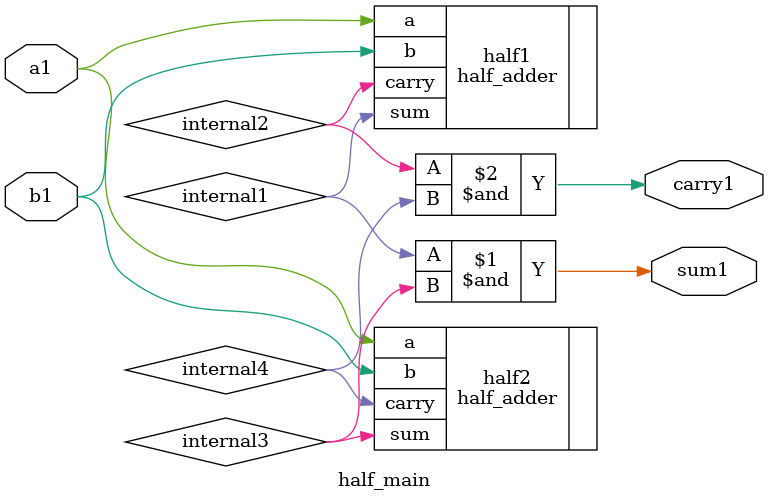
<source format=v>
/* maın */


module half_main
(

input a1,
input b1,
output sum1,
output carry1);

wire internal1;
wire internal2;
wire internal3;
wire internal4;

 half_adder half1( 
	.a(a1),.b(b1),.sum(internal1),.carry(internal2));


 half_adder half2( 
	.a(a1),.b(b1),.sum(internal3),.carry(internal4));

assign sum1 = internal1 & internal3;
assign carry1 = internal2 & internal4;

	
endmodule 
</source>
